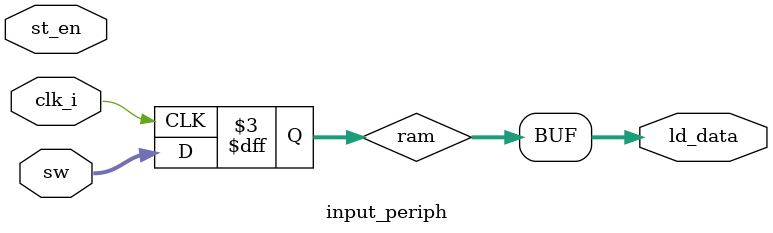
<source format=sv>
module input_periph(
		input 			clk_i,
		/* verilator lint_off UNUSED */ 
		input			st_en,
		/* verilator lint_on UNUSED */
		input	[31:0]	sw	 ,
		output	[31:0]	ld_data
);

	logic 	[31:0]	ram;
	
	initial begin
			ram = 32'd0;
	end
	
	always_ff @(posedge clk_i)  begin
		ram <= sw;
	end		
	
	assign ld_data = ram;
	
endmodule

</source>
